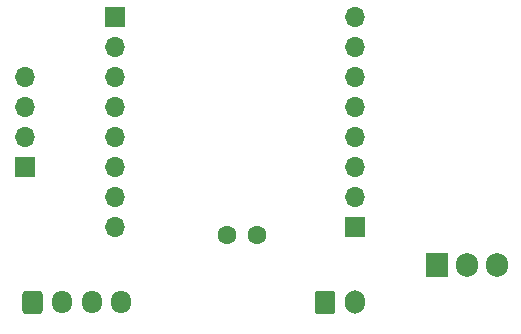
<source format=gbr>
%TF.GenerationSoftware,KiCad,Pcbnew,5.1.9+dfsg1-1*%
%TF.CreationDate,2022-05-15T20:14:44+02:00*%
%TF.ProjectId,water.tank,77617465-722e-4746-916e-6b2e6b696361,rev?*%
%TF.SameCoordinates,Original*%
%TF.FileFunction,Soldermask,Bot*%
%TF.FilePolarity,Negative*%
%FSLAX46Y46*%
G04 Gerber Fmt 4.6, Leading zero omitted, Abs format (unit mm)*
G04 Created by KiCad (PCBNEW 5.1.9+dfsg1-1) date 2022-05-15 20:14:44*
%MOMM*%
%LPD*%
G01*
G04 APERTURE LIST*
%ADD10O,1.700000X1.700000*%
%ADD11R,1.700000X1.700000*%
%ADD12C,1.600000*%
%ADD13O,1.905000X2.000000*%
%ADD14R,1.905000X2.000000*%
%ADD15O,1.700000X1.950000*%
%ADD16O,1.700000X2.000000*%
G04 APERTURE END LIST*
D10*
%TO.C,SENSOR1*%
X69215000Y-60325000D03*
X69215000Y-62865000D03*
X69215000Y-65405000D03*
D11*
X69215000Y-67945000D03*
%TD*%
D12*
%TO.C,100nf1*%
X88860000Y-73660000D03*
X86360000Y-73660000D03*
%TD*%
D13*
%TO.C,U1*%
X109220000Y-76200000D03*
X106680000Y-76200000D03*
D14*
X104140000Y-76200000D03*
%TD*%
D15*
%TO.C,OLED1*%
X77350000Y-79375000D03*
X74850000Y-79375000D03*
X72350000Y-79375000D03*
G36*
G01*
X69000000Y-80100000D02*
X69000000Y-78650000D01*
G75*
G02*
X69250000Y-78400000I250000J0D01*
G01*
X70450000Y-78400000D01*
G75*
G02*
X70700000Y-78650000I0J-250000D01*
G01*
X70700000Y-80100000D01*
G75*
G02*
X70450000Y-80350000I-250000J0D01*
G01*
X69250000Y-80350000D01*
G75*
G02*
X69000000Y-80100000I0J250000D01*
G01*
G37*
%TD*%
D16*
%TO.C,J5*%
X97115000Y-79375000D03*
G36*
G01*
X93765000Y-80125000D02*
X93765000Y-78625000D01*
G75*
G02*
X94015000Y-78375000I250000J0D01*
G01*
X95215000Y-78375000D01*
G75*
G02*
X95465000Y-78625000I0J-250000D01*
G01*
X95465000Y-80125000D01*
G75*
G02*
X95215000Y-80375000I-250000J0D01*
G01*
X94015000Y-80375000D01*
G75*
G02*
X93765000Y-80125000I0J250000D01*
G01*
G37*
%TD*%
D10*
%TO.C,J1*%
X76835000Y-73025000D03*
X76835000Y-70485000D03*
X76835000Y-67945000D03*
X76835000Y-65405000D03*
X76835000Y-62865000D03*
X76835000Y-60325000D03*
X76835000Y-57785000D03*
D11*
X76835000Y-55245000D03*
%TD*%
D10*
%TO.C,ESP8266*%
X97155000Y-55245000D03*
X97155000Y-57785000D03*
X97155000Y-60325000D03*
X97155000Y-62865000D03*
X97155000Y-65405000D03*
X97155000Y-67945000D03*
X97155000Y-70485000D03*
D11*
X97155000Y-73025000D03*
%TD*%
M02*

</source>
